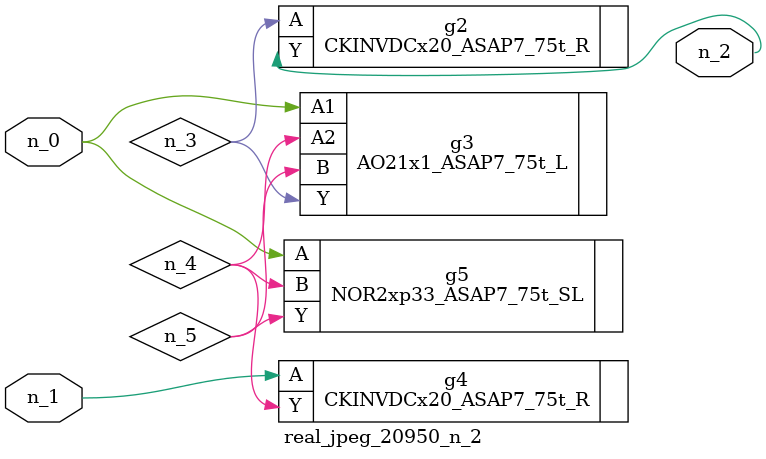
<source format=v>
module real_jpeg_20950_n_2 (n_1, n_0, n_2);

input n_1;
input n_0;

output n_2;

wire n_5;
wire n_4;
wire n_3;

AO21x1_ASAP7_75t_L g3 ( 
.A1(n_0),
.A2(n_4),
.B(n_5),
.Y(n_3)
);

NOR2xp33_ASAP7_75t_SL g5 ( 
.A(n_0),
.B(n_4),
.Y(n_5)
);

CKINVDCx20_ASAP7_75t_R g4 ( 
.A(n_1),
.Y(n_4)
);

CKINVDCx20_ASAP7_75t_R g2 ( 
.A(n_3),
.Y(n_2)
);


endmodule
</source>
